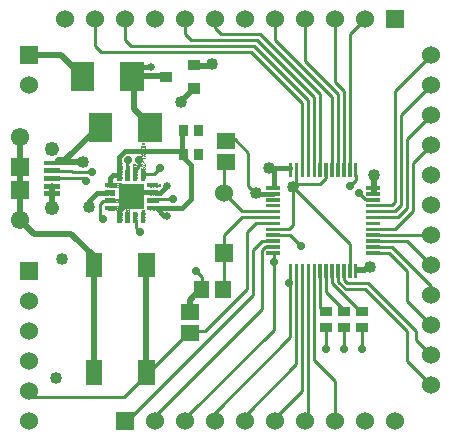
<source format=gtl>
G04 start of page 2 for group 0 idx 0 *
G04 Title: (unknown), top *
G04 Creator: pcb 20140316 *
G04 CreationDate: Sun 17 Jul 2016 04:20:40 PM GMT UTC *
G04 For: dev *
G04 Format: Gerber/RS-274X *
G04 PCB-Dimensions (mil): 1560.00 1560.00 *
G04 PCB-Coordinate-Origin: lower left *
%MOIN*%
%FSLAX25Y25*%
%LNTOP*%
%ADD37C,0.0335*%
%ADD36C,0.0453*%
%ADD35C,0.0380*%
%ADD34C,0.1260*%
%ADD33C,0.0140*%
%ADD32C,0.0118*%
%ADD31C,0.0280*%
%ADD30C,0.0250*%
%ADD29C,0.0400*%
%ADD28C,0.0240*%
%ADD27R,0.0340X0.0340*%
%ADD26R,0.0295X0.0295*%
%ADD25R,0.0591X0.0591*%
%ADD24R,0.0157X0.0157*%
%ADD23R,0.0787X0.0787*%
%ADD22R,0.0551X0.0551*%
%ADD21C,0.0011*%
%ADD20R,0.0146X0.0146*%
%ADD19R,0.0512X0.0512*%
%ADD18R,0.0118X0.0118*%
%ADD17C,0.0492*%
%ADD16C,0.0610*%
%ADD15C,0.0600*%
%ADD14C,0.0001*%
%ADD13C,0.0150*%
%ADD12C,0.0200*%
%ADD11C,0.0100*%
G54D11*X104000Y118000D02*Y96000D01*
X106000Y119000D02*Y96000D01*
X108000Y120000D02*Y96000D01*
X112000Y119000D02*Y96000D01*
X114000Y120000D02*Y96000D01*
X116000Y121000D02*Y96000D01*
X118000Y140000D02*Y96000D01*
X145000Y123000D02*X135000Y113000D01*
X145000Y133000D02*X133000Y121000D01*
X110000Y93000D02*Y92000D01*
G54D12*X126000Y87000D02*Y93000D01*
G54D11*X120000D02*Y91500D01*
X118500Y90000D01*
X124000Y85000D02*X123000D01*
X121000Y87000D01*
X110000Y92000D02*X108000Y90000D01*
X100000D01*
X99000Y89000D01*
X100000Y92500D02*Y90000D01*
X145000Y103000D02*X139000Y97000D01*
X145000Y113000D02*X137000Y105000D01*
Y82000D01*
X139000Y97000D02*Y81000D01*
X135000Y113000D02*Y83000D01*
X133000Y121000D02*Y84000D01*
G54D12*X23000Y145000D02*X22000D01*
G54D11*X33000D02*Y136000D01*
X35000Y134000D01*
G54D12*X11000Y133000D02*X21500D01*
X28500Y126000D01*
G54D11*X45000Y136000D02*X86000D01*
X35000Y134000D02*X85000D01*
X73000Y142000D02*X75000Y140000D01*
X63000Y145000D02*Y140000D01*
X65000Y138000D01*
X87000D01*
X73000Y145000D02*Y142000D01*
X75000Y140000D02*X88000D01*
X93000Y145000D02*Y138000D01*
X43000Y145000D02*Y138000D01*
X45000Y136000D01*
G54D13*X46000Y126000D02*X49000Y129000D01*
G54D12*X56500Y126000D02*X47000D01*
G54D13*X49000Y129000D02*X51500D01*
G54D12*X46000Y115000D02*Y125500D01*
X66000Y122000D02*X61500Y117500D01*
G54D11*X139000Y81000D02*X133000Y75000D01*
X137000Y82000D02*X134000Y79000D01*
X135000Y83000D02*X133000Y81000D01*
Y84000D02*X132000Y83000D01*
X133000Y75000D02*X127000D01*
X134000Y79000D02*X127000D01*
X133000Y81000D02*X127000D01*
X132000Y83000D02*X127000D01*
X145000Y73000D02*X127000D01*
X137000Y71000D02*X127000D01*
X132000Y69000D02*X127000D01*
X131000Y67000D02*X127000D01*
X94500Y73000D02*X98000D01*
X101500Y69500D01*
X118000Y70000D02*X99000Y89000D01*
X97500Y75000D02*X99000Y76500D01*
Y88500D01*
X145000Y63000D02*X137000Y71000D01*
X145000Y56000D02*X132000Y69000D01*
X137000Y61000D02*X131000Y67000D01*
X108016Y59496D02*Y48984D01*
X109000Y48000D01*
X109984Y59496D02*Y54016D01*
X111953Y57047D02*X121000Y48000D01*
X116000Y58000D02*X117000Y57000D01*
X124000D01*
X114000Y57500D02*X116500Y55000D01*
X123000D01*
X109984Y54016D02*X116000Y48000D01*
X111953Y59496D02*Y57047D01*
X116000Y60000D02*Y58000D01*
X114000Y59500D02*Y57500D01*
G54D12*X120500Y61500D02*X123000D01*
X123500Y62000D01*
G54D11*X118000Y63000D02*Y70000D01*
X122000Y42000D02*Y35000D01*
X145000Y53000D02*Y56000D01*
Y43000D02*X137000Y51000D01*
Y61000D01*
X124000Y57000D02*X140000Y41000D01*
Y38000D01*
X145000Y33000D01*
X123000Y55000D02*X137000Y41000D01*
Y31000D01*
X145000Y23000D01*
G54D12*X71800Y129800D02*X72000Y130000D01*
G54D11*X85000Y134000D02*X102000Y117000D01*
Y96000D01*
X76500Y105000D02*X79500D01*
X84000Y100500D01*
X86000Y136000D02*X104000Y118000D01*
X87000Y138000D02*X106000Y119000D01*
X88000Y140000D02*X108000Y120000D01*
X103000Y145000D02*Y131000D01*
X113000Y145000D02*Y124000D01*
X123000Y145000D02*X118000Y140000D01*
X93000Y138000D02*X112000Y119000D01*
X103000Y131000D02*X114000Y120000D01*
X113000Y124000D02*X116000Y121000D01*
G54D12*X65500Y129500D02*X71500D01*
X72000Y130000D01*
G54D11*X84000Y89500D02*X86000Y87500D01*
X82000Y81000D02*X90500D01*
X82000Y79000D02*X90500D01*
G54D13*X86642Y86858D02*X86500Y87000D01*
G54D11*X94000Y75000D02*X97500D01*
G54D13*X92268Y86858D02*X86642D01*
X91000Y95500D02*X92500Y94000D01*
Y89000D01*
X91000Y95500D02*X98000D01*
G54D11*X76000Y87000D02*X82000Y81000D01*
X76000Y73000D02*X82000Y79000D01*
X76000Y73000D02*Y57000D01*
Y87000D02*Y97000D01*
X68500Y55500D02*Y59000D01*
X66500Y61000D01*
X91000Y69000D02*X89500D01*
X88500Y68000D01*
X91000Y71000D02*X88500D01*
X85500Y68000D01*
X83500Y74000D02*X86500Y77000D01*
X90500D01*
X110000Y42000D02*Y35000D01*
X116000Y42000D02*Y35000D01*
X106000Y59500D02*Y31500D01*
X113000Y24500D01*
Y10500D01*
X104000Y59500D02*Y11000D01*
X102000Y59500D02*Y21000D01*
X98000Y59500D02*Y39000D01*
X92500Y67000D02*Y41500D01*
X88500Y68000D02*Y48500D01*
X85500Y68000D02*Y53000D01*
X100000Y59500D02*Y30000D01*
X83500Y55000D02*Y74000D01*
G54D13*X53500Y82000D02*X56000Y79500D01*
X57000D01*
X53500Y87000D02*X54500D01*
G54D11*X53000Y84500D02*X53500Y85000D01*
X59000D01*
X46500Y78000D02*Y75500D01*
X48000Y74000D01*
G54D13*X51000Y87500D02*X49000D01*
G54D12*X50000Y27500D02*Y64000D01*
X8000Y78000D02*X12500Y73500D01*
X25000D01*
X32500Y66000D01*
Y27500D02*Y66000D01*
G54D11*X104000Y11000D02*X103000Y10000D01*
X10500Y21000D02*X12500Y19000D01*
X42500D01*
X102000Y21000D02*X94000Y13000D01*
X98000Y39000D02*X72500Y13500D01*
X100000Y30000D02*X83500Y13500D01*
X92500Y41500D02*X64000Y13000D01*
X88500Y48500D02*X53500Y13500D01*
X85500Y53000D02*X45500Y13000D01*
X42500Y19000D02*X64500Y41000D01*
X69500D01*
G54D12*X64500Y47500D02*Y51500D01*
G54D11*X69500Y41000D02*X83500Y55000D01*
G54D12*X64500Y51500D02*X68000Y55000D01*
G54D11*X84000Y100500D02*Y89500D01*
G54D13*X43000Y101000D02*X62000D01*
Y107500D01*
Y99500D02*X65000Y96500D01*
Y85000D01*
X62000Y82000D01*
X53500D01*
X54500Y87000D02*X57000Y89500D01*
G54D11*X49000Y93500D02*X52500D01*
X44000Y98000D02*X43500Y97500D01*
Y94000D01*
X46000Y94500D02*X47500Y96000D01*
Y98000D01*
X52500Y93500D02*X54500Y95500D01*
G54D12*X51500Y109500D02*X46000Y115000D01*
X8000Y103000D02*Y80500D01*
G54D13*X31000Y82500D02*Y84500D01*
X33500Y87000D01*
X37000D01*
G54D12*X18500Y89500D02*Y84000D01*
G54D11*X30000Y91000D02*X29000Y92000D01*
X20500D01*
G54D13*X41000Y94000D02*Y99000D01*
X43000Y101000D01*
X38000Y90000D02*Y92000D01*
X39000Y93000D01*
X40500D01*
X41000Y80000D02*Y81000D01*
X42000Y82000D01*
G54D11*X37500Y84500D02*X35500D01*
X34500Y83500D01*
Y79500D01*
X35500Y78500D01*
G54D12*X20500Y97500D02*X29000D01*
X20500Y98000D02*X23000D01*
X32500Y107500D01*
G54D11*X32000Y94000D02*X25500D01*
X25000Y94500D01*
X20500D01*
G54D14*G36*
X73000Y70000D02*Y64000D01*
X79000D01*
Y70000D01*
X73000D01*
G37*
G54D15*X76000Y87000D03*
X83000Y11000D03*
X93000D03*
X103000D03*
X145000Y23000D03*
X113000Y11000D03*
X123000D03*
X133000D03*
X145000Y33000D03*
Y43000D03*
G54D14*G36*
X8000Y136000D02*Y130000D01*
X14000D01*
Y136000D01*
X8000D01*
G37*
G54D15*X11000Y123000D03*
X73000Y145000D03*
X63000D03*
X53000D03*
X43000D03*
X33000D03*
X23000D03*
G54D16*X8000Y105780D03*
G54D17*X18630Y101843D03*
G54D15*X145000Y53000D03*
Y63000D03*
Y73000D03*
Y83000D03*
Y93000D03*
Y103000D03*
Y113000D03*
Y123000D03*
Y133000D03*
G54D14*G36*
X130000Y148000D02*Y142000D01*
X136000D01*
Y148000D01*
X130000D01*
G37*
G54D15*X123000Y145000D03*
X113000D03*
X103000D03*
X93000D03*
X83000D03*
G54D14*G36*
X40000Y14000D02*Y8000D01*
X46000D01*
Y14000D01*
X40000D01*
G37*
G54D15*X53000Y11000D03*
X63000D03*
X73000D03*
G54D14*G36*
X8000Y64000D02*Y58000D01*
X14000D01*
Y64000D01*
X8000D01*
G37*
G54D16*Y78220D03*
G54D17*X18630Y82157D03*
G54D15*X11000Y51000D03*
Y41000D03*
Y31000D03*
Y21000D03*
Y11000D03*
G54D18*X90496Y88827D02*X94039D01*
X90496Y86858D02*X94039D01*
X90496Y84890D02*X94039D01*
X90496Y82921D02*X94039D01*
X90496Y80953D02*X94039D01*
X90496Y78984D02*X94039D01*
X90496Y77016D02*X94039D01*
X90496Y75047D02*X94039D01*
X90496Y73079D02*X94039D01*
X90496Y71110D02*X94039D01*
X90496Y69142D02*X94039D01*
X90496Y67173D02*X94039D01*
X98173Y63039D02*Y59496D01*
X100142Y63039D02*Y59496D01*
X102110Y63039D02*Y59496D01*
X104079Y63039D02*Y59496D01*
X106047Y63039D02*Y59496D01*
X108016Y63039D02*Y59496D01*
X109984Y63039D02*Y59496D01*
X111953Y63039D02*Y59496D01*
X113921Y63039D02*Y59496D01*
X115890Y63039D02*Y59496D01*
X117858Y63039D02*Y59496D01*
X119827Y63039D02*Y59496D01*
G54D19*X68457Y55393D02*Y54607D01*
X75543Y55393D02*Y54607D01*
X64107Y40457D02*X64893D01*
X64107Y47543D02*X64893D01*
G54D18*X119827Y96504D02*Y92961D01*
X117858Y96504D02*Y92961D01*
X115890Y96504D02*Y92961D01*
X113921Y96504D02*Y92961D01*
X111953Y96504D02*Y92961D01*
X109984Y96504D02*Y92961D01*
X108016Y96504D02*Y92961D01*
X106047Y96504D02*Y92961D01*
X104079Y96504D02*Y92961D01*
X102110Y96504D02*Y92961D01*
X100142Y96504D02*Y92961D01*
X98173Y96504D02*Y92961D01*
G54D20*X51043Y82162D02*X53129D01*
G54D21*X51115Y82700D02*X51405Y81540D01*
X51695Y82700D01*
X52246Y81540D02*X52623D01*
X52043Y81743D02*X52246Y81540D01*
X52043Y82497D02*Y81743D01*
Y82497D02*X52246Y82700D01*
X52623D01*
X53174Y81540D02*X53551D01*
X52971Y81743D02*X53174Y81540D01*
X52971Y82497D02*Y81743D01*
Y82497D02*X53174Y82700D01*
X53551D01*
X53899D02*X54189D01*
X54044D02*Y81540D01*
X53899D02*X54189D01*
X54537Y82555D02*Y81685D01*
Y82555D02*X54682Y82700D01*
X54972D01*
X55117Y82555D01*
Y81685D01*
X54972Y81540D02*X55117Y81685D01*
X54682Y81540D02*X54972D01*
X54537Y81685D02*X54682Y81540D01*
G54D20*X51043Y84721D02*X53129D01*
G54D21*X51115Y85259D02*X51695D01*
X51840Y85114D01*
Y84824D01*
X51695Y84679D02*X51840Y84824D01*
X51260Y84679D02*X51695D01*
X51260Y85259D02*Y84099D01*
X51492Y84679D02*X51840Y84099D01*
X52188D02*X52913Y85259D01*
X52188D02*X52913Y84099D01*
X53406Y85259D02*Y84099D01*
X53783Y85259D02*X53986Y85056D01*
Y84302D01*
X53783Y84099D02*X53986Y84302D01*
X53261Y84099D02*X53783D01*
X53261Y85259D02*X53783D01*
G54D20*X36871Y87279D02*X38957D01*
G54D21*X36943Y87817D02*X37233Y86657D01*
X37523Y87817D01*
X38074Y86657D02*X38451D01*
X37871Y86860D02*X38074Y86657D01*
X37871Y87614D02*Y86860D01*
Y87614D02*X38074Y87817D01*
X38451D01*
X39002Y86657D02*X39379D01*
X38799Y86860D02*X39002Y86657D01*
X38799Y87614D02*Y86860D01*
Y87614D02*X39002Y87817D01*
X39379D01*
G54D20*X36871Y84721D02*X38957D01*
G54D21*X37146Y84099D02*X37523D01*
X36943Y84302D02*X37146Y84099D01*
X36943Y85056D02*Y84302D01*
Y85056D02*X37146Y85259D01*
X37523D01*
X37871Y84099D02*X38451D01*
X38596Y84244D01*
Y84592D02*Y84244D01*
X38451Y84737D02*X38596Y84592D01*
X38016Y84737D02*X38451D01*
X38016Y85259D02*Y84099D01*
X37871Y85259D02*X38451D01*
X38596Y85114D01*
Y84882D01*
X38451Y84737D02*X38596Y84882D01*
X38944Y85259D02*Y84244D01*
X39089Y84099D01*
X39379D01*
X39524Y84244D01*
Y85259D02*Y84244D01*
X40452Y85259D02*X40597Y85114D01*
X40017Y85259D02*X40452D01*
X39872Y85114D02*X40017Y85259D01*
X39872Y85114D02*Y84824D01*
X40017Y84679D01*
X40452D01*
X40597Y84534D01*
Y84244D01*
X40452Y84099D02*X40597Y84244D01*
X40017Y84099D02*X40452D01*
X39872Y84244D02*X40017Y84099D01*
X40945Y85027D02*X41177Y85259D01*
Y84099D01*
X40945D02*X41380D01*
X41728Y84244D02*X42598Y85114D01*
X42946Y85259D02*X43526D01*
X43671Y85114D01*
Y84824D01*
X43526Y84679D02*X43671Y84824D01*
X43091Y84679D02*X43526D01*
X43091Y85259D02*Y84099D01*
X43323Y84679D02*X43671Y84099D01*
X44019D02*X44744Y85259D01*
X44019D02*X44744Y84099D01*
X45092Y85259D02*Y84099D01*
X45672D01*
X46020Y84737D02*X46455D01*
X46020Y84099D02*X46600D01*
X46020Y85259D02*Y84099D01*
Y85259D02*X46600D01*
X47093D02*Y84099D01*
X47470Y85259D02*X47673Y85056D01*
Y84302D01*
X47470Y84099D02*X47673Y84302D01*
X46948Y84099D02*X47470D01*
X46948Y85259D02*X47470D01*
X48021Y84534D02*X48601D01*
X48021Y84824D02*X48601D01*
X48456Y84969D02*Y84389D01*
X48166Y84969D02*Y84389D01*
G54D20*X36871Y82162D02*X38957D01*
G54D21*X37146Y81540D02*X37523D01*
X36943Y81743D02*X37146Y81540D01*
X36943Y82497D02*Y81743D01*
Y82497D02*X37146Y82700D01*
X37523D01*
X37871Y81540D02*X38451D01*
X38596Y81685D01*
Y82033D02*Y81685D01*
X38451Y82178D02*X38596Y82033D01*
X38016Y82178D02*X38451D01*
X38016Y82700D02*Y81540D01*
X37871Y82700D02*X38451D01*
X38596Y82555D01*
Y82323D01*
X38451Y82178D02*X38596Y82323D01*
X38944Y82700D02*Y81685D01*
X39089Y81540D01*
X39379D01*
X39524Y81685D01*
Y82700D02*Y81685D01*
X40452Y82700D02*X40597Y82555D01*
X40017Y82700D02*X40452D01*
X39872Y82555D02*X40017Y82700D01*
X39872Y82555D02*Y82265D01*
X40017Y82120D01*
X40452D01*
X40597Y81975D01*
Y81685D01*
X40452Y81540D02*X40597Y81685D01*
X40017Y81540D02*X40452D01*
X39872Y81685D02*X40017Y81540D01*
X40945Y81685D02*X41090Y81540D01*
X40945Y82555D02*Y81685D01*
Y82555D02*X41090Y82700D01*
X41380D01*
X41525Y82555D01*
Y81685D01*
X41380Y81540D02*X41525Y81685D01*
X41090Y81540D02*X41380D01*
X40945Y81830D02*X41525Y82410D01*
G54D14*G36*
X40866Y90134D02*Y81866D01*
X49134D01*
Y90134D01*
X40866D01*
G37*
G54D20*X41162Y79957D02*Y77871D01*
G54D21*X40624Y78523D02*X40769Y78668D01*
X40624Y78523D02*Y78088D01*
X40769Y77943D02*X40624Y78088D01*
X40769Y77943D02*X41639D01*
X41784Y78088D01*
Y78523D02*Y78088D01*
Y78523D02*X41639Y78668D01*
X41349D02*X41639D01*
X41204Y78523D02*X41349Y78668D01*
X41204Y78523D02*Y78233D01*
X40624Y79016D02*X41784D01*
X40624D02*X41784Y79741D01*
X40624D02*X41784D01*
X40624Y80234D02*X41784D01*
X40624Y80611D02*X40827Y80814D01*
X41581D01*
X41784Y80611D02*X41581Y80814D01*
X41784Y80611D02*Y80089D01*
X40624Y80611D02*Y80089D01*
G54D20*X43721Y79957D02*Y77871D01*
G54D21*X44343Y78523D02*Y78146D01*
X44140Y77943D02*X44343Y78146D01*
X43386Y77943D02*X44140D01*
X43386D02*X43183Y78146D01*
Y78523D02*Y78146D01*
X44343Y79451D02*Y78871D01*
Y79451D02*X44198Y79596D01*
X43850D02*X44198D01*
X43705Y79451D02*X43850Y79596D01*
X43705Y79451D02*Y79016D01*
X43183D02*X44343D01*
X43183Y79451D02*Y78871D01*
Y79451D02*X43328Y79596D01*
X43560D01*
X43705Y79451D02*X43560Y79596D01*
X43183Y79944D02*X44198D01*
X44343Y80089D01*
Y80379D02*Y80089D01*
Y80379D02*X44198Y80524D01*
X43183D02*X44198D01*
X43183Y81452D02*X43328Y81597D01*
X43183Y81452D02*Y81017D01*
X43328Y80872D02*X43183Y81017D01*
X43328Y80872D02*X43618D01*
X43763Y81017D01*
Y81452D02*Y81017D01*
Y81452D02*X43908Y81597D01*
X44198D01*
X44343Y81452D02*X44198Y81597D01*
X44343Y81452D02*Y81017D01*
X44198Y80872D02*X44343Y81017D01*
X43328Y81945D02*X43183Y82090D01*
Y82380D02*Y82090D01*
Y82380D02*X43328Y82525D01*
X44343Y82380D02*X44198Y82525D01*
X44343Y82380D02*Y82090D01*
X44198Y81945D02*X44343Y82090D01*
X43705Y82380D02*Y82090D01*
X43328Y82525D02*X43560D01*
X43850D02*X44198D01*
X43850D02*X43705Y82380D01*
X43560Y82525D02*X43705Y82380D01*
G54D20*X46279Y79957D02*Y77871D01*
G54D21*X45741Y78523D02*Y77943D01*
Y78233D02*X46901D01*
Y78871D02*X45741Y79596D01*
Y78871D02*X46901Y79596D01*
X45741Y80089D02*X46901D01*
X45741Y80466D02*X45944Y80669D01*
X46698D01*
X46901Y80466D02*X46698Y80669D01*
X46901Y80466D02*Y79944D01*
X45741Y80466D02*Y79944D01*
G54D20*X48838Y79957D02*Y77871D01*
G54D21*X48300Y78523D02*Y77943D01*
Y78523D02*X48445Y78668D01*
X48735D01*
X48880Y78523D02*X48735Y78668D01*
X48880Y78523D02*Y78088D01*
X48300D02*X49460D01*
X48880Y78320D02*X49460Y78668D01*
X48300Y79596D02*Y79016D01*
Y79306D02*X49460D01*
X48300Y80524D02*X48445Y80669D01*
X48300Y80524D02*Y80089D01*
X48445Y79944D02*X48300Y80089D01*
X48445Y79944D02*X48735D01*
X48880Y80089D01*
Y80524D02*Y80089D01*
Y80524D02*X49025Y80669D01*
X49315D01*
X49460Y80524D02*X49315Y80669D01*
X49460Y80524D02*Y80089D01*
X49315Y79944D02*X49460Y80089D01*
X49025Y81597D02*Y81017D01*
X48735Y81597D02*Y81017D01*
X48590Y81452D02*X49170D01*
X48590Y81162D02*X49170D01*
G54D20*X51043Y87279D02*X53129D01*
G54D21*X51695Y87817D02*X51840Y87672D01*
X51260Y87817D02*X51695D01*
X51115Y87672D02*X51260Y87817D01*
X51115Y87672D02*Y86802D01*
X51260Y86657D01*
X51695D01*
X51840Y86802D01*
Y87092D02*Y86802D01*
X51695Y87237D02*X51840Y87092D01*
X51405Y87237D02*X51695D01*
X52188Y87817D02*Y86657D01*
Y87817D02*X52913Y86657D01*
Y87817D02*Y86657D01*
X53406Y87817D02*Y86657D01*
X53783Y87817D02*X53986Y87614D01*
Y86860D01*
X53783Y86657D02*X53986Y86860D01*
X53261Y86657D02*X53783D01*
X53261Y87817D02*X53783D01*
G54D20*X51043Y89838D02*X53129D01*
G54D21*X51318Y89216D02*X51695D01*
X51115Y89419D02*X51318Y89216D01*
X51115Y90173D02*Y89419D01*
Y90173D02*X51318Y90376D01*
X51695D01*
X52043D02*X52623D01*
X52333D02*Y89216D01*
X53551Y90376D02*X53696Y90231D01*
X53116Y90376D02*X53551D01*
X52971Y90231D02*X53116Y90376D01*
X52971Y90231D02*Y89941D01*
X53116Y89796D01*
X53551D01*
X53696Y89651D01*
Y89361D01*
X53551Y89216D02*X53696Y89361D01*
X53116Y89216D02*X53551D01*
X52971Y89361D02*X53116Y89216D01*
X54044Y89651D02*X54624D01*
X54044Y89941D02*X54624D01*
X54479Y90086D02*Y89506D01*
X54189Y90086D02*Y89506D01*
G54D20*X48838Y94129D02*Y92043D01*
G54D21*X49460Y92695D02*Y92318D01*
X49257Y92115D02*X49460Y92318D01*
X48503Y92115D02*X49257D01*
X48503D02*X48300Y92318D01*
Y92695D02*Y92318D01*
X49460Y93623D02*Y93043D01*
Y93623D02*X49315Y93768D01*
X48967D02*X49315D01*
X48822Y93623D02*X48967Y93768D01*
X48822Y93623D02*Y93188D01*
X48300D02*X49460D01*
X48300Y93623D02*Y93043D01*
Y93623D02*X48445Y93768D01*
X48677D01*
X48822Y93623D02*X48677Y93768D01*
X48300Y94116D02*X49315D01*
X49460Y94261D01*
Y94551D02*Y94261D01*
Y94551D02*X49315Y94696D01*
X48300D02*X49315D01*
X48300Y95624D02*X48445Y95769D01*
X48300Y95624D02*Y95189D01*
X48445Y95044D02*X48300Y95189D01*
X48445Y95044D02*X48735D01*
X48880Y95189D01*
Y95624D02*Y95189D01*
Y95624D02*X49025Y95769D01*
X49315D01*
X49460Y95624D02*X49315Y95769D01*
X49460Y95624D02*Y95189D01*
X49315Y95044D02*X49460Y95189D01*
X48445Y96117D02*X48300Y96262D01*
Y96697D02*Y96262D01*
Y96697D02*X48445Y96842D01*
X48735D01*
X49460Y96117D02*X48735Y96842D01*
X49460D02*Y96117D01*
X49315Y97190D02*X48445Y98060D01*
X48300Y98988D02*Y98408D01*
Y98698D02*X49460D01*
Y99336D02*X48300Y100061D01*
Y99336D02*X49460Y100061D01*
X48300Y100409D02*X49460D01*
Y100989D02*Y100409D01*
X48822Y101772D02*Y101337D01*
X49460Y101917D02*Y101337D01*
X48300D02*X49460D01*
X48300Y101917D02*Y101337D01*
Y102410D02*X49460D01*
X48300Y102787D02*X48503Y102990D01*
X49257D01*
X49460Y102787D02*X49257Y102990D01*
X49460Y102787D02*Y102265D01*
X48300Y102787D02*Y102265D01*
X49025Y103918D02*Y103338D01*
X48735Y103918D02*Y103338D01*
X48590Y103773D02*X49170D01*
X48590Y103483D02*X49170D01*
G54D20*X46279Y94129D02*Y92043D01*
G54D21*X45741Y92115D02*X46756D01*
X46901Y92260D01*
Y92550D02*Y92260D01*
Y92550D02*X46756Y92695D01*
X45741D02*X46756D01*
X45741Y93623D02*X45886Y93768D01*
X45741Y93623D02*Y93188D01*
X45886Y93043D02*X45741Y93188D01*
X45886Y93043D02*X46176D01*
X46321Y93188D01*
Y93623D02*Y93188D01*
Y93623D02*X46466Y93768D01*
X46756D01*
X46901Y93623D02*X46756Y93768D01*
X46901Y93623D02*Y93188D01*
X46756Y93043D02*X46901Y93188D01*
Y94696D02*Y94116D01*
Y94696D02*X46756Y94841D01*
X46408D02*X46756D01*
X46263Y94696D02*X46408Y94841D01*
X46263Y94696D02*Y94261D01*
X45741D02*X46901D01*
X45741Y94696D02*Y94116D01*
Y94696D02*X45886Y94841D01*
X46118D01*
X46263Y94696D02*X46118Y94841D01*
X45741Y95334D02*X46901D01*
X45741Y95711D02*X45944Y95914D01*
X46698D01*
X46901Y95711D02*X46698Y95914D01*
X46901Y95711D02*Y95189D01*
X45741Y95711D02*Y95189D01*
Y96407D02*X46901D01*
X45741Y96842D02*Y96262D01*
Y96842D02*X45886Y96987D01*
X46176D01*
X46321Y96842D02*X46176Y96987D01*
X46321Y96842D02*Y96407D01*
G54D20*X43721Y94129D02*Y92043D01*
G54D21*X43183Y92115D02*X44198D01*
X44343Y92260D01*
Y92550D02*Y92260D01*
Y92550D02*X44198Y92695D01*
X43183D02*X44198D01*
X43183Y93623D02*X43328Y93768D01*
X43183Y93623D02*Y93188D01*
X43328Y93043D02*X43183Y93188D01*
X43328Y93043D02*X43618D01*
X43763Y93188D01*
Y93623D02*Y93188D01*
Y93623D02*X43908Y93768D01*
X44198D01*
X44343Y93623D02*X44198Y93768D01*
X44343Y93623D02*Y93188D01*
X44198Y93043D02*X44343Y93188D01*
Y94696D02*Y94116D01*
Y94696D02*X44198Y94841D01*
X43850D02*X44198D01*
X43705Y94696D02*X43850Y94841D01*
X43705Y94696D02*Y94261D01*
X43183D02*X44343D01*
X43183Y94696D02*Y94116D01*
Y94696D02*X43328Y94841D01*
X43560D01*
X43705Y94696D02*X43560Y94841D01*
X43183Y95334D02*X44343D01*
X43183Y95711D02*X43386Y95914D01*
X44140D01*
X44343Y95711D02*X44140Y95914D01*
X44343Y95711D02*Y95189D01*
X43183Y95711D02*Y95189D01*
Y96262D02*X44343D01*
X43183D02*X43763Y96697D01*
X43183Y97132D01*
X44343D01*
G54D20*X41162Y94129D02*Y92043D01*
G54D21*X40769Y92115D02*X40624Y92260D01*
Y92550D02*Y92260D01*
Y92550D02*X40769Y92695D01*
X41784Y92550D02*X41639Y92695D01*
X41784Y92550D02*Y92260D01*
X41639Y92115D02*X41784Y92260D01*
X41146Y92550D02*Y92260D01*
X40769Y92695D02*X41001D01*
X41291D02*X41639D01*
X41291D02*X41146Y92550D01*
X41001Y92695D02*X41146Y92550D01*
X40624Y93043D02*X41784Y93333D01*
X40624Y93623D01*
X40769Y93971D02*X40624Y94116D01*
Y94406D02*Y94116D01*
Y94406D02*X40769Y94551D01*
X41784Y94406D02*X41639Y94551D01*
X41784Y94406D02*Y94116D01*
X41639Y93971D02*X41784Y94116D01*
X41146Y94406D02*Y94116D01*
X40769Y94551D02*X41001D01*
X41291D02*X41639D01*
X41291D02*X41146Y94406D01*
X41001Y94551D02*X41146Y94406D01*
X40769Y94899D02*X41639D01*
X40769D02*X40624Y95044D01*
Y95334D02*Y95044D01*
Y95334D02*X40769Y95479D01*
X41639D01*
X41784Y95334D02*X41639Y95479D01*
X41784Y95334D02*Y95044D01*
X41639Y94899D02*X41784Y95044D01*
X40624Y95827D02*X41639D01*
X41784Y95972D01*
Y96262D02*Y95972D01*
Y96262D02*X41639Y96407D01*
X40624D02*X41639D01*
X40624Y97335D02*Y96755D01*
Y97045D02*X41784D01*
G54D20*X36871Y89838D02*X38957D01*
G54D21*X36943Y90376D02*X37523D01*
X37668Y90231D01*
Y89941D01*
X37523Y89796D02*X37668Y89941D01*
X37088Y89796D02*X37523D01*
X37088Y90376D02*Y89216D01*
X37320Y89796D02*X37668Y89216D01*
X38016Y89854D02*X38451D01*
X38016Y89216D02*X38596D01*
X38016Y90376D02*Y89216D01*
Y90376D02*X38596D01*
X39524D02*X39669Y90231D01*
X39089Y90376D02*X39524D01*
X38944Y90231D02*X39089Y90376D01*
X38944Y90231D02*Y89941D01*
X39089Y89796D01*
X39524D01*
X39669Y89651D01*
Y89361D01*
X39524Y89216D02*X39669Y89361D01*
X39089Y89216D02*X39524D01*
X38944Y89361D02*X39089Y89216D01*
X40017Y89854D02*X40452D01*
X40017Y89216D02*X40597D01*
X40017Y90376D02*Y89216D01*
Y90376D02*X40597D01*
X40945D02*X41525D01*
X41235D02*Y89216D01*
X41873Y89651D02*X42453D01*
X41873Y89941D02*X42453D01*
X42308Y90086D02*Y89506D01*
X42018Y90086D02*Y89506D01*
G54D22*X50110Y28677D02*Y25921D01*
Y64504D02*Y61748D01*
G54D23*X34733Y109787D02*Y108213D01*
G54D22*X32551Y28677D02*Y25921D01*
Y64504D02*Y61748D01*
G54D24*X16661Y97118D02*X20402D01*
X16661Y94559D02*X20402D01*
X16661Y92000D02*X20402D01*
X16661Y86882D02*X20402D01*
X16661Y89441D02*X20402D01*
G54D23*X28733Y126787D02*Y125213D01*
G54D25*X7803Y88063D02*X8000D01*
X7803Y95937D02*X8000D01*
G54D23*X51268Y109787D02*Y108213D01*
G54D26*X62441Y100492D02*Y99508D01*
X67559Y100492D02*Y99508D01*
X62441Y108492D02*Y107508D01*
X67559Y108492D02*Y107508D01*
G54D19*X76107Y104543D02*X76893D01*
X76107Y97457D02*X76893D01*
G54D23*X45268Y126787D02*Y125213D01*
G54D27*X56319Y125900D02*X56919D01*
X65700Y122000D02*X66300D01*
X65700Y129800D02*X66300D01*
G54D18*X123961Y67173D02*X127504D01*
X123961Y69142D02*X127504D01*
X123961Y71110D02*X127504D01*
X123961Y73079D02*X127504D01*
X123961Y75047D02*X127504D01*
X123961Y77016D02*X127504D01*
X123961Y78984D02*X127504D01*
X123961Y80953D02*X127504D01*
X123961Y82921D02*X127504D01*
X123961Y84890D02*X127504D01*
X123961Y86858D02*X127504D01*
X123961Y88827D02*X127504D01*
G54D26*X121508Y47559D02*X122492D01*
X115508D02*X116492D01*
X109508D02*X110492D01*
X115508Y42441D02*X116492D01*
X109508D02*X110492D01*
X121508D02*X122492D01*
G54D28*X67559Y100000D03*
G54D29*X99000Y89000D03*
X91000Y95500D03*
G54D30*X57000Y89500D03*
G54D31*X54500Y95500D03*
G54D29*X126000Y93000D03*
G54D31*X118000Y89500D03*
X121000Y87000D03*
G54D29*X86500D03*
G54D28*X67559Y108000D03*
G54D29*X72000Y130000D03*
G54D30*X51500Y129000D03*
G54D29*X61500Y117500D03*
X29000Y97500D03*
G54D31*X44000Y98000D03*
X47500D03*
X30000Y91000D03*
X32000Y94000D03*
G54D29*X31000Y82500D03*
G54D30*X57000Y79500D03*
G54D31*X59000Y85000D03*
X35500Y78500D03*
G54D29*X22000Y65000D03*
G54D31*X66500Y61000D03*
G54D29*X124500Y62500D03*
G54D31*X101500Y69500D03*
X48000Y74000D03*
X110000Y35000D03*
X116000D03*
X122000D03*
X92500Y64000D03*
X97500Y57000D03*
G54D29*X20000Y25500D03*
G54D32*G54D12*G54D13*G54D33*G54D12*G54D33*G54D34*G54D12*G54D32*G54D12*G54D13*G54D12*G54D34*G54D12*G54D33*G54D12*G54D13*G54D33*G54D12*G54D33*G54D12*G54D34*G54D33*G54D12*G54D34*G54D31*G54D35*G54D36*G54D37*G54D35*G54D36*G54D37*G54D35*M02*

</source>
